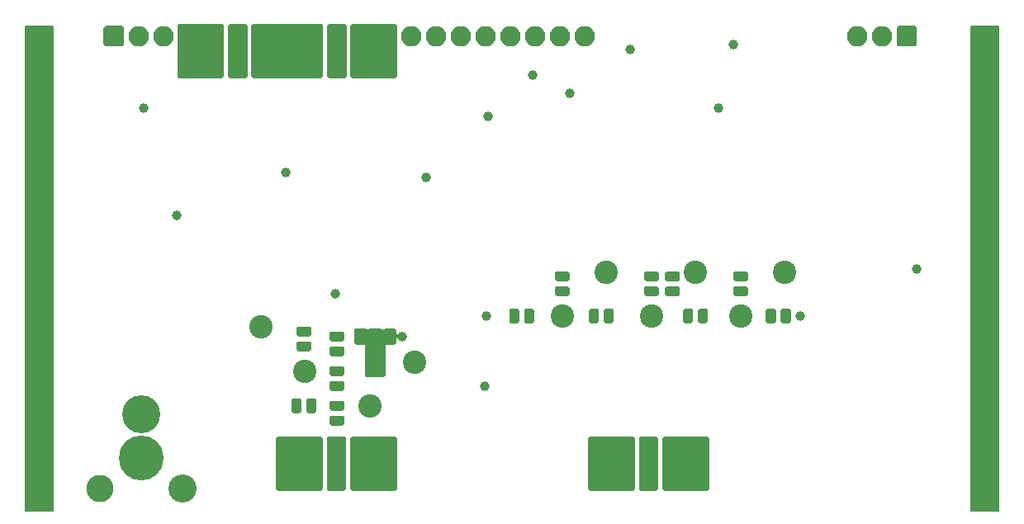
<source format=gbr>
G04 #@! TF.GenerationSoftware,KiCad,Pcbnew,5.1.10-88a1d61d58~88~ubuntu20.04.1*
G04 #@! TF.CreationDate,2021-06-28T19:55:26+01:00*
G04 #@! TF.ProjectId,hl2_6xvtr,686c325f-3678-4767-9472-2e6b69636164,1*
G04 #@! TF.SameCoordinates,PX3dfd240PY3473bc0*
G04 #@! TF.FileFunction,Soldermask,Bot*
G04 #@! TF.FilePolarity,Negative*
%FSLAX46Y46*%
G04 Gerber Fmt 4.6, Leading zero omitted, Abs format (unit mm)*
G04 Created by KiCad (PCBNEW 5.1.10-88a1d61d58~88~ubuntu20.04.1) date 2021-06-28 19:55:26*
%MOMM*%
%LPD*%
G01*
G04 APERTURE LIST*
%ADD10C,2.400000*%
%ADD11O,2.100000X2.100000*%
%ADD12C,0.100000*%
%ADD13C,4.600000*%
%ADD14C,3.900000*%
%ADD15C,2.880000*%
%ADD16C,2.800000*%
%ADD17C,1.000000*%
%ADD18C,0.200000*%
G04 APERTURE END LIST*
G36*
G01*
X28418000Y-38472000D02*
X28418000Y-39615000D01*
G75*
G02*
X28218000Y-39815000I-200000J0D01*
G01*
X27583000Y-39815000D01*
G75*
G02*
X27383000Y-39615000I0J200000D01*
G01*
X27383000Y-38472000D01*
G75*
G02*
X27583000Y-38272000I200000J0D01*
G01*
X28218000Y-38272000D01*
G75*
G02*
X28418000Y-38472000I0J-200000D01*
G01*
G37*
G36*
G01*
X29942000Y-38472000D02*
X29942000Y-39615000D01*
G75*
G02*
X29742000Y-39815000I-200000J0D01*
G01*
X29107000Y-39815000D01*
G75*
G02*
X28907000Y-39615000I0J200000D01*
G01*
X28907000Y-38472000D01*
G75*
G02*
X29107000Y-38272000I200000J0D01*
G01*
X29742000Y-38272000D01*
G75*
G02*
X29942000Y-38472000I0J-200000D01*
G01*
G37*
G36*
G01*
X31456500Y-40050000D02*
X32599500Y-40050000D01*
G75*
G02*
X32799500Y-40250000I0J-200000D01*
G01*
X32799500Y-40885000D01*
G75*
G02*
X32599500Y-41085000I-200000J0D01*
G01*
X31456500Y-41085000D01*
G75*
G02*
X31256500Y-40885000I0J200000D01*
G01*
X31256500Y-40250000D01*
G75*
G02*
X31456500Y-40050000I200000J0D01*
G01*
G37*
G36*
G01*
X31456500Y-38526000D02*
X32599500Y-38526000D01*
G75*
G02*
X32799500Y-38726000I0J-200000D01*
G01*
X32799500Y-39361000D01*
G75*
G02*
X32599500Y-39561000I-200000J0D01*
G01*
X31456500Y-39561000D01*
G75*
G02*
X31256500Y-39361000I0J200000D01*
G01*
X31256500Y-38726000D01*
G75*
G02*
X31456500Y-38526000I200000J0D01*
G01*
G37*
G36*
G01*
X32599500Y-36005000D02*
X31456500Y-36005000D01*
G75*
G02*
X31256500Y-35805000I0J200000D01*
G01*
X31256500Y-35170000D01*
G75*
G02*
X31456500Y-34970000I200000J0D01*
G01*
X32599500Y-34970000D01*
G75*
G02*
X32799500Y-35170000I0J-200000D01*
G01*
X32799500Y-35805000D01*
G75*
G02*
X32599500Y-36005000I-200000J0D01*
G01*
G37*
G36*
G01*
X32599500Y-37529000D02*
X31456500Y-37529000D01*
G75*
G02*
X31256500Y-37329000I0J200000D01*
G01*
X31256500Y-36694000D01*
G75*
G02*
X31456500Y-36494000I200000J0D01*
G01*
X32599500Y-36494000D01*
G75*
G02*
X32799500Y-36694000I0J-200000D01*
G01*
X32799500Y-37329000D01*
G75*
G02*
X32599500Y-37529000I-200000J0D01*
G01*
G37*
G36*
G01*
X29234000Y-31941000D02*
X28091000Y-31941000D01*
G75*
G02*
X27891000Y-31741000I0J200000D01*
G01*
X27891000Y-31106000D01*
G75*
G02*
X28091000Y-30906000I200000J0D01*
G01*
X29234000Y-30906000D01*
G75*
G02*
X29434000Y-31106000I0J-200000D01*
G01*
X29434000Y-31741000D01*
G75*
G02*
X29234000Y-31941000I-200000J0D01*
G01*
G37*
G36*
G01*
X29234000Y-33465000D02*
X28091000Y-33465000D01*
G75*
G02*
X27891000Y-33265000I0J200000D01*
G01*
X27891000Y-32630000D01*
G75*
G02*
X28091000Y-32430000I200000J0D01*
G01*
X29234000Y-32430000D01*
G75*
G02*
X29434000Y-32630000I0J-200000D01*
G01*
X29434000Y-33265000D01*
G75*
G02*
X29234000Y-33465000I-200000J0D01*
G01*
G37*
G36*
G01*
X31456500Y-32938000D02*
X32599500Y-32938000D01*
G75*
G02*
X32799500Y-33138000I0J-200000D01*
G01*
X32799500Y-33773000D01*
G75*
G02*
X32599500Y-33973000I-200000J0D01*
G01*
X31456500Y-33973000D01*
G75*
G02*
X31256500Y-33773000I0J200000D01*
G01*
X31256500Y-33138000D01*
G75*
G02*
X31456500Y-32938000I200000J0D01*
G01*
G37*
G36*
G01*
X31456500Y-31414000D02*
X32599500Y-31414000D01*
G75*
G02*
X32799500Y-31614000I0J-200000D01*
G01*
X32799500Y-32249000D01*
G75*
G02*
X32599500Y-32449000I-200000J0D01*
G01*
X31456500Y-32449000D01*
G75*
G02*
X31256500Y-32249000I0J200000D01*
G01*
X31256500Y-31614000D01*
G75*
G02*
X31456500Y-31414000I200000J0D01*
G01*
G37*
G36*
G01*
X77548000Y-30407500D02*
X77548000Y-29264500D01*
G75*
G02*
X77748000Y-29064500I200000J0D01*
G01*
X78383000Y-29064500D01*
G75*
G02*
X78583000Y-29264500I0J-200000D01*
G01*
X78583000Y-30407500D01*
G75*
G02*
X78383000Y-30607500I-200000J0D01*
G01*
X77748000Y-30607500D01*
G75*
G02*
X77548000Y-30407500I0J200000D01*
G01*
G37*
G36*
G01*
X76024000Y-30407500D02*
X76024000Y-29264500D01*
G75*
G02*
X76224000Y-29064500I200000J0D01*
G01*
X76859000Y-29064500D01*
G75*
G02*
X77059000Y-29264500I0J-200000D01*
G01*
X77059000Y-30407500D01*
G75*
G02*
X76859000Y-30607500I-200000J0D01*
G01*
X76224000Y-30607500D01*
G75*
G02*
X76024000Y-30407500I0J200000D01*
G01*
G37*
G36*
G01*
X72858500Y-26778500D02*
X74001500Y-26778500D01*
G75*
G02*
X74201500Y-26978500I0J-200000D01*
G01*
X74201500Y-27613500D01*
G75*
G02*
X74001500Y-27813500I-200000J0D01*
G01*
X72858500Y-27813500D01*
G75*
G02*
X72658500Y-27613500I0J200000D01*
G01*
X72658500Y-26978500D01*
G75*
G02*
X72858500Y-26778500I200000J0D01*
G01*
G37*
G36*
G01*
X72858500Y-25254500D02*
X74001500Y-25254500D01*
G75*
G02*
X74201500Y-25454500I0J-200000D01*
G01*
X74201500Y-26089500D01*
G75*
G02*
X74001500Y-26289500I-200000J0D01*
G01*
X72858500Y-26289500D01*
G75*
G02*
X72658500Y-26089500I0J200000D01*
G01*
X72658500Y-25454500D01*
G75*
G02*
X72858500Y-25254500I200000J0D01*
G01*
G37*
G36*
G01*
X68550000Y-29264500D02*
X68550000Y-30407500D01*
G75*
G02*
X68350000Y-30607500I-200000J0D01*
G01*
X67715000Y-30607500D01*
G75*
G02*
X67515000Y-30407500I0J200000D01*
G01*
X67515000Y-29264500D01*
G75*
G02*
X67715000Y-29064500I200000J0D01*
G01*
X68350000Y-29064500D01*
G75*
G02*
X68550000Y-29264500I0J-200000D01*
G01*
G37*
G36*
G01*
X70074000Y-29264500D02*
X70074000Y-30407500D01*
G75*
G02*
X69874000Y-30607500I-200000J0D01*
G01*
X69239000Y-30607500D01*
G75*
G02*
X69039000Y-30407500I0J200000D01*
G01*
X69039000Y-29264500D01*
G75*
G02*
X69239000Y-29064500I200000J0D01*
G01*
X69874000Y-29064500D01*
G75*
G02*
X70074000Y-29264500I0J-200000D01*
G01*
G37*
G36*
G01*
X67016500Y-26289500D02*
X65873500Y-26289500D01*
G75*
G02*
X65673500Y-26089500I0J200000D01*
G01*
X65673500Y-25454500D01*
G75*
G02*
X65873500Y-25254500I200000J0D01*
G01*
X67016500Y-25254500D01*
G75*
G02*
X67216500Y-25454500I0J-200000D01*
G01*
X67216500Y-26089500D01*
G75*
G02*
X67016500Y-26289500I-200000J0D01*
G01*
G37*
G36*
G01*
X67016500Y-27813500D02*
X65873500Y-27813500D01*
G75*
G02*
X65673500Y-27613500I0J200000D01*
G01*
X65673500Y-26978500D01*
G75*
G02*
X65873500Y-26778500I200000J0D01*
G01*
X67016500Y-26778500D01*
G75*
G02*
X67216500Y-26978500I0J-200000D01*
G01*
X67216500Y-27613500D01*
G75*
G02*
X67016500Y-27813500I-200000J0D01*
G01*
G37*
G36*
G01*
X64857500Y-26289500D02*
X63714500Y-26289500D01*
G75*
G02*
X63514500Y-26089500I0J200000D01*
G01*
X63514500Y-25454500D01*
G75*
G02*
X63714500Y-25254500I200000J0D01*
G01*
X64857500Y-25254500D01*
G75*
G02*
X65057500Y-25454500I0J-200000D01*
G01*
X65057500Y-26089500D01*
G75*
G02*
X64857500Y-26289500I-200000J0D01*
G01*
G37*
G36*
G01*
X64857500Y-27813500D02*
X63714500Y-27813500D01*
G75*
G02*
X63514500Y-27613500I0J200000D01*
G01*
X63514500Y-26978500D01*
G75*
G02*
X63714500Y-26778500I200000J0D01*
G01*
X64857500Y-26778500D01*
G75*
G02*
X65057500Y-26978500I0J-200000D01*
G01*
X65057500Y-27613500D01*
G75*
G02*
X64857500Y-27813500I-200000J0D01*
G01*
G37*
G36*
G01*
X59387000Y-30407500D02*
X59387000Y-29264500D01*
G75*
G02*
X59587000Y-29064500I200000J0D01*
G01*
X60222000Y-29064500D01*
G75*
G02*
X60422000Y-29264500I0J-200000D01*
G01*
X60422000Y-30407500D01*
G75*
G02*
X60222000Y-30607500I-200000J0D01*
G01*
X59587000Y-30607500D01*
G75*
G02*
X59387000Y-30407500I0J200000D01*
G01*
G37*
G36*
G01*
X57863000Y-30407500D02*
X57863000Y-29264500D01*
G75*
G02*
X58063000Y-29064500I200000J0D01*
G01*
X58698000Y-29064500D01*
G75*
G02*
X58898000Y-29264500I0J-200000D01*
G01*
X58898000Y-30407500D01*
G75*
G02*
X58698000Y-30607500I-200000J0D01*
G01*
X58063000Y-30607500D01*
G75*
G02*
X57863000Y-30407500I0J200000D01*
G01*
G37*
G36*
G01*
X54570500Y-26778500D02*
X55713500Y-26778500D01*
G75*
G02*
X55913500Y-26978500I0J-200000D01*
G01*
X55913500Y-27613500D01*
G75*
G02*
X55713500Y-27813500I-200000J0D01*
G01*
X54570500Y-27813500D01*
G75*
G02*
X54370500Y-27613500I0J200000D01*
G01*
X54370500Y-26978500D01*
G75*
G02*
X54570500Y-26778500I200000J0D01*
G01*
G37*
G36*
G01*
X54570500Y-25254500D02*
X55713500Y-25254500D01*
G75*
G02*
X55913500Y-25454500I0J-200000D01*
G01*
X55913500Y-26089500D01*
G75*
G02*
X55713500Y-26289500I-200000J0D01*
G01*
X54570500Y-26289500D01*
G75*
G02*
X54370500Y-26089500I0J200000D01*
G01*
X54370500Y-25454500D01*
G75*
G02*
X54570500Y-25254500I200000J0D01*
G01*
G37*
G36*
G01*
X50731900Y-29264500D02*
X50731900Y-30407500D01*
G75*
G02*
X50531900Y-30607500I-200000J0D01*
G01*
X49896900Y-30607500D01*
G75*
G02*
X49696900Y-30407500I0J200000D01*
G01*
X49696900Y-29264500D01*
G75*
G02*
X49896900Y-29064500I200000J0D01*
G01*
X50531900Y-29064500D01*
G75*
G02*
X50731900Y-29264500I0J-200000D01*
G01*
G37*
G36*
G01*
X52255900Y-29264500D02*
X52255900Y-30407500D01*
G75*
G02*
X52055900Y-30607500I-200000J0D01*
G01*
X51420900Y-30607500D01*
G75*
G02*
X51220900Y-30407500I0J200000D01*
G01*
X51220900Y-29264500D01*
G75*
G02*
X51420900Y-29064500I200000J0D01*
G01*
X52055900Y-29064500D01*
G75*
G02*
X52255900Y-29264500I0J-200000D01*
G01*
G37*
D10*
X59642000Y-25336000D03*
X55142000Y-29836000D03*
D11*
X85378000Y-1134000D03*
X87918000Y-1134000D03*
G36*
G01*
X89608000Y-84000D02*
X91308000Y-84000D01*
G75*
G02*
X91508000Y-284000I0J-200000D01*
G01*
X91508000Y-1984000D01*
G75*
G02*
X91308000Y-2184000I-200000J0D01*
G01*
X89608000Y-2184000D01*
G75*
G02*
X89408000Y-1984000I0J200000D01*
G01*
X89408000Y-284000D01*
G75*
G02*
X89608000Y-84000I200000J0D01*
G01*
G37*
X57428000Y-1134000D03*
X54888000Y-1134000D03*
X52348000Y-1134000D03*
X49808000Y-1134000D03*
X47268000Y-1134000D03*
X44728000Y-1134000D03*
X42188000Y-1134000D03*
X39648000Y-1134000D03*
X37108000Y-1134000D03*
X34568000Y-1134000D03*
X32028000Y-1134000D03*
X29488000Y-1134000D03*
X26948000Y-1134000D03*
X24408000Y-1134000D03*
X21868000Y-1134000D03*
X19328000Y-1134000D03*
X16788000Y-1134000D03*
X14248000Y-1134000D03*
X11708000Y-1134000D03*
G36*
G01*
X10018000Y-2184000D02*
X8318000Y-2184000D01*
G75*
G02*
X8118000Y-1984000I0J200000D01*
G01*
X8118000Y-284000D01*
G75*
G02*
X8318000Y-84000I200000J0D01*
G01*
X10018000Y-84000D01*
G75*
G02*
X10218000Y-284000I0J-200000D01*
G01*
X10218000Y-1984000D01*
G75*
G02*
X10018000Y-2184000I-200000J0D01*
G01*
G37*
D10*
X35465500Y-39098500D03*
X39965500Y-34598500D03*
X28717500Y-35479000D03*
X24217500Y-30979000D03*
G36*
G01*
X63000000Y-47600000D02*
X63000000Y-42400000D01*
G75*
G02*
X63200000Y-42200000I200000J0D01*
G01*
X64800000Y-42200000D01*
G75*
G02*
X65000000Y-42400000I0J-200000D01*
G01*
X65000000Y-47600000D01*
G75*
G02*
X64800000Y-47800000I-200000J0D01*
G01*
X63200000Y-47800000D01*
G75*
G02*
X63000000Y-47600000I0J200000D01*
G01*
G37*
G36*
G01*
X57800000Y-47600000D02*
X57800000Y-42400000D01*
G75*
G02*
X58000000Y-42200000I200000J0D01*
G01*
X62400000Y-42200000D01*
G75*
G02*
X62600000Y-42400000I0J-200000D01*
G01*
X62600000Y-47600000D01*
G75*
G02*
X62400000Y-47800000I-200000J0D01*
G01*
X58000000Y-47800000D01*
G75*
G02*
X57800000Y-47600000I0J200000D01*
G01*
G37*
G36*
G01*
X65400000Y-47600000D02*
X65400000Y-42400000D01*
G75*
G02*
X65600000Y-42200000I200000J0D01*
G01*
X70000000Y-42200000D01*
G75*
G02*
X70200000Y-42400000I0J-200000D01*
G01*
X70200000Y-47600000D01*
G75*
G02*
X70000000Y-47800000I-200000J0D01*
G01*
X65600000Y-47800000D01*
G75*
G02*
X65400000Y-47600000I0J200000D01*
G01*
G37*
G36*
G01*
X31000000Y-47600000D02*
X31000000Y-42400000D01*
G75*
G02*
X31200000Y-42200000I200000J0D01*
G01*
X32800000Y-42200000D01*
G75*
G02*
X33000000Y-42400000I0J-200000D01*
G01*
X33000000Y-47600000D01*
G75*
G02*
X32800000Y-47800000I-200000J0D01*
G01*
X31200000Y-47800000D01*
G75*
G02*
X31000000Y-47600000I0J200000D01*
G01*
G37*
G36*
G01*
X25800000Y-47600000D02*
X25800000Y-42400000D01*
G75*
G02*
X26000000Y-42200000I200000J0D01*
G01*
X30400000Y-42200000D01*
G75*
G02*
X30600000Y-42400000I0J-200000D01*
G01*
X30600000Y-47600000D01*
G75*
G02*
X30400000Y-47800000I-200000J0D01*
G01*
X26000000Y-47800000D01*
G75*
G02*
X25800000Y-47600000I0J200000D01*
G01*
G37*
G36*
G01*
X33400000Y-47600000D02*
X33400000Y-42400000D01*
G75*
G02*
X33600000Y-42200000I200000J0D01*
G01*
X38000000Y-42200000D01*
G75*
G02*
X38200000Y-42400000I0J-200000D01*
G01*
X38200000Y-47600000D01*
G75*
G02*
X38000000Y-47800000I-200000J0D01*
G01*
X33600000Y-47800000D01*
G75*
G02*
X33400000Y-47600000I0J200000D01*
G01*
G37*
X77930000Y-25336000D03*
X73430000Y-29836000D03*
X68786000Y-25336000D03*
X64286000Y-29836000D03*
G36*
G01*
X31028000Y-5258000D02*
X31028000Y-58000D01*
G75*
G02*
X31228000Y142000I200000J0D01*
G01*
X32828000Y142000D01*
G75*
G02*
X33028000Y-58000I0J-200000D01*
G01*
X33028000Y-5258000D01*
G75*
G02*
X32828000Y-5458000I-200000J0D01*
G01*
X31228000Y-5458000D01*
G75*
G02*
X31028000Y-5258000I0J200000D01*
G01*
G37*
G36*
G01*
X25828000Y-5258000D02*
X25828000Y-58000D01*
G75*
G02*
X26028000Y142000I200000J0D01*
G01*
X30428000Y142000D01*
G75*
G02*
X30628000Y-58000I0J-200000D01*
G01*
X30628000Y-5258000D01*
G75*
G02*
X30428000Y-5458000I-200000J0D01*
G01*
X26028000Y-5458000D01*
G75*
G02*
X25828000Y-5258000I0J200000D01*
G01*
G37*
G36*
G01*
X33428000Y-5258000D02*
X33428000Y-58000D01*
G75*
G02*
X33628000Y142000I200000J0D01*
G01*
X38028000Y142000D01*
G75*
G02*
X38228000Y-58000I0J-200000D01*
G01*
X38228000Y-5258000D01*
G75*
G02*
X38028000Y-5458000I-200000J0D01*
G01*
X33628000Y-5458000D01*
G75*
G02*
X33428000Y-5258000I0J200000D01*
G01*
G37*
G36*
G01*
X20868000Y-5258000D02*
X20868000Y-58000D01*
G75*
G02*
X21068000Y142000I200000J0D01*
G01*
X22668000Y142000D01*
G75*
G02*
X22868000Y-58000I0J-200000D01*
G01*
X22868000Y-5258000D01*
G75*
G02*
X22668000Y-5458000I-200000J0D01*
G01*
X21068000Y-5458000D01*
G75*
G02*
X20868000Y-5258000I0J200000D01*
G01*
G37*
G36*
G01*
X15668000Y-5258000D02*
X15668000Y-58000D01*
G75*
G02*
X15868000Y142000I200000J0D01*
G01*
X20268000Y142000D01*
G75*
G02*
X20468000Y-58000I0J-200000D01*
G01*
X20468000Y-5258000D01*
G75*
G02*
X20268000Y-5458000I-200000J0D01*
G01*
X15868000Y-5458000D01*
G75*
G02*
X15668000Y-5258000I0J200000D01*
G01*
G37*
G36*
G01*
X23268000Y-5258000D02*
X23268000Y-58000D01*
G75*
G02*
X23468000Y142000I200000J0D01*
G01*
X27868000Y142000D01*
G75*
G02*
X28068000Y-58000I0J-200000D01*
G01*
X28068000Y-5258000D01*
G75*
G02*
X27868000Y-5458000I-200000J0D01*
G01*
X23468000Y-5458000D01*
G75*
G02*
X23268000Y-5258000I0J200000D01*
G01*
G37*
D12*
G36*
X37027657Y-35921518D02*
G01*
X37016276Y-35959037D01*
X36997794Y-35993614D01*
X36972921Y-36023921D01*
X36942614Y-36048794D01*
X36908037Y-36067276D01*
X36870518Y-36078657D01*
X36831500Y-36082500D01*
X35098500Y-36082500D01*
X35059482Y-36078657D01*
X35021963Y-36067276D01*
X34987386Y-36048794D01*
X34957079Y-36023921D01*
X34932206Y-35993614D01*
X34913724Y-35959037D01*
X34902343Y-35921518D01*
X34898500Y-35882500D01*
X34898500Y-32757500D01*
X34902343Y-32718482D01*
X34913724Y-32680963D01*
X34932206Y-32646386D01*
X34957079Y-32616079D01*
X34987386Y-32591206D01*
X35021963Y-32572724D01*
X35059482Y-32561343D01*
X35098500Y-32557500D01*
X35315000Y-32557500D01*
X35315000Y-31282500D01*
X35318843Y-31243482D01*
X35330224Y-31205963D01*
X35348706Y-31171386D01*
X35373579Y-31141079D01*
X35403886Y-31116206D01*
X35438463Y-31097724D01*
X35475982Y-31086343D01*
X35515000Y-31082500D01*
X36415000Y-31082500D01*
X36454018Y-31086343D01*
X36491537Y-31097724D01*
X36526114Y-31116206D01*
X36556421Y-31141079D01*
X36581294Y-31171386D01*
X36599776Y-31205963D01*
X36611157Y-31243482D01*
X36615000Y-31282500D01*
X36615000Y-32557500D01*
X36831500Y-32557500D01*
X36870518Y-32561343D01*
X36908037Y-32572724D01*
X36942614Y-32591206D01*
X36972921Y-32616079D01*
X36997794Y-32646386D01*
X37016276Y-32680963D01*
X37027657Y-32718482D01*
X37031500Y-32757500D01*
X37031500Y-35882500D01*
X37027657Y-35921518D01*
G37*
G36*
G01*
X37015000Y-31082500D02*
X37915000Y-31082500D01*
G75*
G02*
X38115000Y-31282500I0J-200000D01*
G01*
X38115000Y-32582500D01*
G75*
G02*
X37915000Y-32782500I-200000J0D01*
G01*
X37015000Y-32782500D01*
G75*
G02*
X36815000Y-32582500I0J200000D01*
G01*
X36815000Y-31282500D01*
G75*
G02*
X37015000Y-31082500I200000J0D01*
G01*
G37*
G36*
G01*
X34015000Y-31082500D02*
X34915000Y-31082500D01*
G75*
G02*
X35115000Y-31282500I0J-200000D01*
G01*
X35115000Y-32582500D01*
G75*
G02*
X34915000Y-32782500I-200000J0D01*
G01*
X34015000Y-32782500D01*
G75*
G02*
X33815000Y-32582500I0J200000D01*
G01*
X33815000Y-31282500D01*
G75*
G02*
X34015000Y-31082500I200000J0D01*
G01*
G37*
D13*
X12000000Y-44400000D03*
D14*
X12000000Y-39900000D03*
D15*
X16250000Y-47550000D03*
D16*
X7750000Y-47550000D03*
D17*
X12266800Y-8550800D03*
X26821000Y-15129400D03*
X15619600Y-19549000D03*
X47191800Y-37049600D03*
X31875600Y-27550000D03*
X62076200Y-2505600D03*
X79551400Y-29836000D03*
X41172000Y-15637400D03*
X72693400Y-2023000D03*
X91464000Y-25010000D03*
X47344200Y-29836000D03*
X38771700Y-31931500D03*
X47532200Y-9373800D03*
X55888800Y-7011600D03*
X52094000Y-5121800D03*
X71194800Y-8500000D03*
D18*
X2900000Y-49800000D02*
X100000Y-49800000D01*
X100000Y-100000D01*
X2900000Y-100000D01*
X2900000Y-49800000D01*
D12*
G36*
X2900000Y-49800000D02*
G01*
X100000Y-49800000D01*
X100000Y-100000D01*
X2900000Y-100000D01*
X2900000Y-49800000D01*
G37*
D18*
X99900000Y-49800000D02*
X97100000Y-49800000D01*
X97100000Y-100000D01*
X99900000Y-100000D01*
X99900000Y-49800000D01*
D12*
G36*
X99900000Y-49800000D02*
G01*
X97100000Y-49800000D01*
X97100000Y-100000D01*
X99900000Y-100000D01*
X99900000Y-49800000D01*
G37*
G36*
X35116990Y-31110676D02*
G01*
X35119372Y-31134863D01*
X35126372Y-31157938D01*
X35137737Y-31179202D01*
X35153032Y-31197839D01*
X35171669Y-31213134D01*
X35192933Y-31224499D01*
X35216008Y-31231499D01*
X35239999Y-31233862D01*
X35263990Y-31231499D01*
X35287065Y-31224499D01*
X35308329Y-31213134D01*
X35326966Y-31197839D01*
X35342386Y-31179049D01*
X35344258Y-31178345D01*
X35345804Y-31179613D01*
X35345696Y-31181261D01*
X35332081Y-31206732D01*
X35320813Y-31243877D01*
X35317000Y-31282594D01*
X35317000Y-32557500D01*
X35316000Y-32559232D01*
X35315000Y-32559500D01*
X35115000Y-32559500D01*
X35113268Y-32558500D01*
X35113000Y-32557500D01*
X35113000Y-31110872D01*
X35114000Y-31109140D01*
X35116000Y-31109140D01*
X35116990Y-31110676D01*
G37*
G36*
X36816084Y-31109191D02*
G01*
X36817000Y-31110872D01*
X36817000Y-32557500D01*
X36816000Y-32559232D01*
X36815000Y-32559500D01*
X36615000Y-32559500D01*
X36613268Y-32558500D01*
X36613000Y-32557500D01*
X36613000Y-31282594D01*
X36609187Y-31243877D01*
X36597919Y-31206732D01*
X36581408Y-31175843D01*
X36581474Y-31173844D01*
X36583237Y-31172901D01*
X36584835Y-31173789D01*
X36594928Y-31188894D01*
X36611974Y-31205942D01*
X36632021Y-31219337D01*
X36654295Y-31228564D01*
X36677945Y-31233269D01*
X36702051Y-31233269D01*
X36725702Y-31228565D01*
X36747976Y-31219340D01*
X36768023Y-31205945D01*
X36785071Y-31188899D01*
X36798466Y-31168852D01*
X36807693Y-31146578D01*
X36812407Y-31122882D01*
X36813002Y-31110774D01*
X36814086Y-31109093D01*
X36816084Y-31109191D01*
G37*
G36*
X38116990Y-31607500D02*
G01*
X38119372Y-31631687D01*
X38126372Y-31654762D01*
X38137737Y-31676026D01*
X38153032Y-31694663D01*
X38171669Y-31709958D01*
X38192933Y-31721323D01*
X38216008Y-31728323D01*
X38239999Y-31730686D01*
X38263990Y-31728323D01*
X38287065Y-31721323D01*
X38308329Y-31709958D01*
X38326966Y-31694663D01*
X38338488Y-31680622D01*
X38340360Y-31679918D01*
X38341906Y-31681186D01*
X38341697Y-31683002D01*
X38332512Y-31696749D01*
X38295154Y-31786940D01*
X38276108Y-31882690D01*
X38276108Y-31980310D01*
X38295154Y-32076060D01*
X38332512Y-32166251D01*
X38341698Y-32179999D01*
X38341829Y-32181995D01*
X38340166Y-32183106D01*
X38338489Y-32182379D01*
X38326966Y-32168338D01*
X38308329Y-32153043D01*
X38287066Y-32141677D01*
X38263991Y-32134677D01*
X38240000Y-32132314D01*
X38216009Y-32134677D01*
X38192934Y-32141677D01*
X38171670Y-32153042D01*
X38153033Y-32168337D01*
X38137738Y-32186974D01*
X38126372Y-32208237D01*
X38119372Y-32231312D01*
X38116990Y-32255500D01*
X38115825Y-32257126D01*
X38113835Y-32256930D01*
X38113000Y-32255304D01*
X38113000Y-31607696D01*
X38114000Y-31605964D01*
X38116000Y-31605964D01*
X38116990Y-31607500D01*
G37*
M02*

</source>
